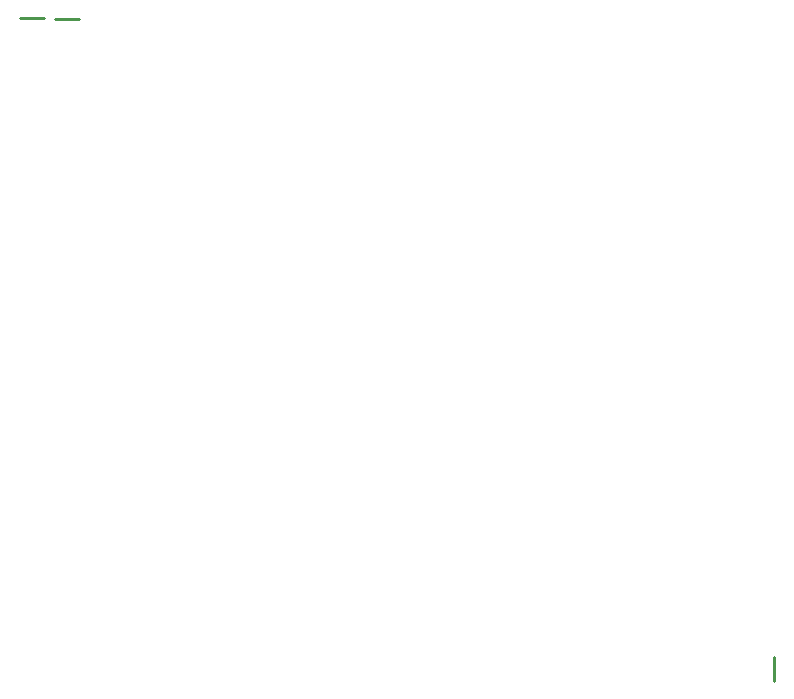
<source format=gm1>
G04*
G04 #@! TF.GenerationSoftware,Altium Limited,Altium Designer,19.0.12 (326)*
G04*
G04 Layer_Color=16711935*
%FSLAX25Y25*%
%MOIN*%
G70*
G01*
G75*
%ADD10C,0.00984*%
D10*
X67759Y265000D02*
X75759D01*
X307528Y44299D02*
Y52299D01*
X56358Y265193D02*
X64358D01*
M02*

</source>
